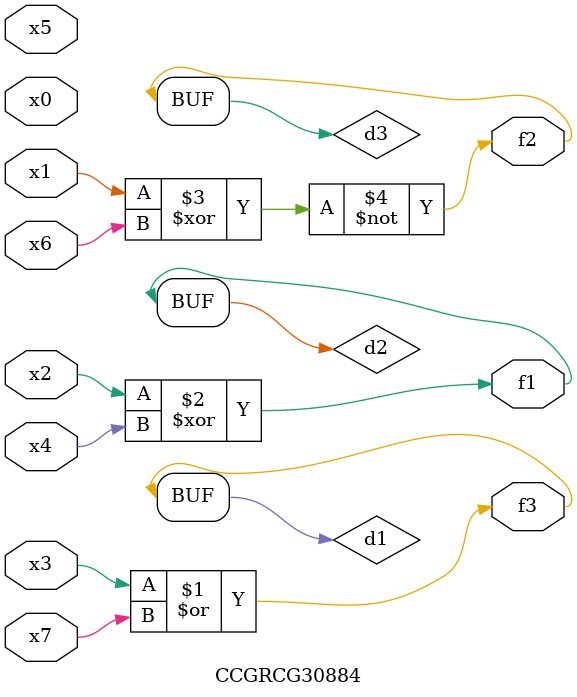
<source format=v>
module CCGRCG30884(
	input x0, x1, x2, x3, x4, x5, x6, x7,
	output f1, f2, f3
);

	wire d1, d2, d3;

	or (d1, x3, x7);
	xor (d2, x2, x4);
	xnor (d3, x1, x6);
	assign f1 = d2;
	assign f2 = d3;
	assign f3 = d1;
endmodule

</source>
